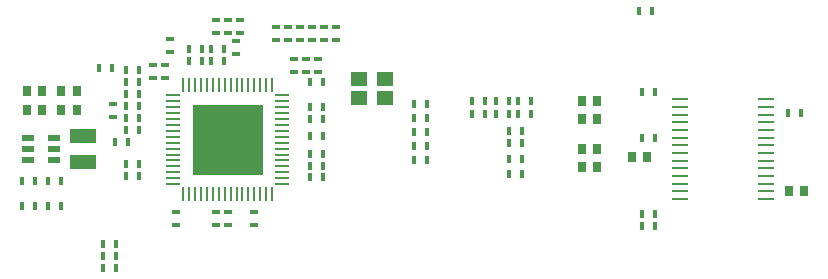
<source format=gbp>
G04*
G04 #@! TF.GenerationSoftware,Altium Limited,Altium Designer,22.8.2 (66)*
G04*
G04 Layer_Color=128*
%FSLAX44Y44*%
%MOMM*%
G71*
G04*
G04 #@! TF.SameCoordinates,69D5640E-4D3D-4872-97FD-B36DD4CC5FE0*
G04*
G04*
G04 #@! TF.FilePolarity,Positive*
G04*
G01*
G75*
%ADD55R,0.4000X0.8000*%
%ADD56R,0.8000X0.4000*%
%ADD57R,2.2200X1.2300*%
%ADD58R,0.7000X0.9500*%
%ADD60O,0.2500X1.3000*%
%ADD61O,1.3000X0.2500*%
%ADD62R,6.0000X6.0000*%
%ADD63R,1.4000X1.2000*%
%ADD64R,1.0000X0.5500*%
%ADD77O,1.4500X0.2000*%
D55*
X704000Y817880D02*
D03*
X693000D02*
D03*
X714590D02*
D03*
X725590D02*
D03*
X693000Y839470D02*
D03*
X704000D02*
D03*
X947840Y852170D02*
D03*
X936840D02*
D03*
X761580Y775970D02*
D03*
X772580D02*
D03*
X791630Y892810D02*
D03*
X780630D02*
D03*
X761580Y765810D02*
D03*
X772580D02*
D03*
X761580Y786130D02*
D03*
X772580D02*
D03*
X1225970Y982980D02*
D03*
X1214970D02*
D03*
X791630Y923290D02*
D03*
X780630D02*
D03*
X791630Y902970D02*
D03*
X780630D02*
D03*
X782740Y872490D02*
D03*
X771740D02*
D03*
X791630Y882650D02*
D03*
X780630D02*
D03*
X833970Y941070D02*
D03*
X844970D02*
D03*
X864020D02*
D03*
X853020D02*
D03*
X1228510Y801110D02*
D03*
X1217510D02*
D03*
X1024470Y856740D02*
D03*
X1035470D02*
D03*
X1024470Y892740D02*
D03*
X1035470D02*
D03*
X1024470Y868740D02*
D03*
X1035470D02*
D03*
X1024470Y880740D02*
D03*
X1035470D02*
D03*
X844970Y951230D02*
D03*
X833970D02*
D03*
X853020D02*
D03*
X864020D02*
D03*
X1105066Y895858D02*
D03*
X1094066D02*
D03*
X1105066Y907288D02*
D03*
X1094066D02*
D03*
X1024470Y904740D02*
D03*
X1035470D02*
D03*
X1228510Y811530D02*
D03*
X1217510D02*
D03*
X1341300Y896620D02*
D03*
X1352300D02*
D03*
X791630Y933450D02*
D03*
X780630D02*
D03*
Y843280D02*
D03*
X791630D02*
D03*
Y913130D02*
D03*
X780630D02*
D03*
X1105320Y871554D02*
D03*
X1116320D02*
D03*
X1105320Y881888D02*
D03*
X1116320D02*
D03*
X1228510Y914400D02*
D03*
X1217510D02*
D03*
X725590Y839470D02*
D03*
X714590D02*
D03*
X947840Y877570D02*
D03*
X936840D02*
D03*
X780630Y853440D02*
D03*
X791630D02*
D03*
X1073746Y907288D02*
D03*
X1084746D02*
D03*
X1073746Y895858D02*
D03*
X1084746D02*
D03*
X757770Y934720D02*
D03*
X768770D02*
D03*
X936840Y901700D02*
D03*
X947840D02*
D03*
X936840Y923290D02*
D03*
X947840D02*
D03*
X936840Y842220D02*
D03*
X947840D02*
D03*
X1228510Y875890D02*
D03*
X1217510D02*
D03*
X1116320Y844790D02*
D03*
X1105320D02*
D03*
X1116320Y858172D02*
D03*
X1105320D02*
D03*
X936840Y891540D02*
D03*
X947840D02*
D03*
X936840Y862330D02*
D03*
X947840D02*
D03*
X1124116Y895858D02*
D03*
X1113116D02*
D03*
X1124116Y907288D02*
D03*
X1113116D02*
D03*
D56*
X908050Y958220D02*
D03*
Y969220D02*
D03*
X769620Y893660D02*
D03*
Y904660D02*
D03*
X928370Y969220D02*
D03*
Y958220D02*
D03*
X877570Y964780D02*
D03*
Y975780D02*
D03*
X958850Y958220D02*
D03*
Y969220D02*
D03*
X943610Y931760D02*
D03*
Y942760D02*
D03*
X822960Y802220D02*
D03*
Y813220D02*
D03*
X918210Y969220D02*
D03*
Y958220D02*
D03*
X938530Y969220D02*
D03*
Y958220D02*
D03*
X948690Y969220D02*
D03*
Y958220D02*
D03*
X857250Y975780D02*
D03*
Y964780D02*
D03*
X867410Y975780D02*
D03*
Y964780D02*
D03*
X856940Y802040D02*
D03*
Y813040D02*
D03*
X867100Y802040D02*
D03*
Y813040D02*
D03*
X923290Y942760D02*
D03*
Y931760D02*
D03*
X933450Y942760D02*
D03*
Y931760D02*
D03*
X803910Y937680D02*
D03*
Y926680D02*
D03*
X814070Y937680D02*
D03*
Y926680D02*
D03*
X889550Y802040D02*
D03*
Y813040D02*
D03*
X817880Y948270D02*
D03*
Y959270D02*
D03*
X873760Y947000D02*
D03*
Y958000D02*
D03*
D57*
X744220Y876990D02*
D03*
Y855290D02*
D03*
D58*
X726290Y915670D02*
D03*
X739290D02*
D03*
X726290Y899160D02*
D03*
X739290D02*
D03*
X1355240Y830580D02*
D03*
X1342240D02*
D03*
X1179980Y866140D02*
D03*
X1166980D02*
D03*
X1179980Y891540D02*
D03*
X1166980D02*
D03*
X1222398Y859536D02*
D03*
X1209398D02*
D03*
X697080Y915670D02*
D03*
X710080D02*
D03*
X710080Y899160D02*
D03*
X697080D02*
D03*
X1179980Y906780D02*
D03*
X1166980D02*
D03*
X1179980Y850900D02*
D03*
X1166980D02*
D03*
D60*
X844550Y920040D02*
D03*
X849550D02*
D03*
X889550Y828040D02*
D03*
X884550D02*
D03*
X879550D02*
D03*
X874550D02*
D03*
X869550D02*
D03*
X864550D02*
D03*
X859550D02*
D03*
X854550D02*
D03*
X849550D02*
D03*
X844550D02*
D03*
X839550D02*
D03*
X834550D02*
D03*
X829550D02*
D03*
Y920040D02*
D03*
X839550D02*
D03*
X864550D02*
D03*
X869550D02*
D03*
X874550D02*
D03*
X879550D02*
D03*
X884550D02*
D03*
X889550D02*
D03*
X894550D02*
D03*
X899550D02*
D03*
X904550D02*
D03*
X859550D02*
D03*
X854550D02*
D03*
X834550D02*
D03*
X894550Y828040D02*
D03*
X904550D02*
D03*
X899550D02*
D03*
D61*
X913050Y911540D02*
D03*
Y906540D02*
D03*
Y901540D02*
D03*
Y896540D02*
D03*
Y891540D02*
D03*
Y886540D02*
D03*
Y881540D02*
D03*
Y876540D02*
D03*
Y866540D02*
D03*
Y856540D02*
D03*
Y846540D02*
D03*
Y841540D02*
D03*
Y836540D02*
D03*
X821050D02*
D03*
Y841540D02*
D03*
Y846540D02*
D03*
Y851540D02*
D03*
Y856540D02*
D03*
Y861540D02*
D03*
Y866540D02*
D03*
Y871540D02*
D03*
Y876540D02*
D03*
Y881540D02*
D03*
Y886540D02*
D03*
Y896540D02*
D03*
Y901540D02*
D03*
Y906540D02*
D03*
Y911540D02*
D03*
Y891540D02*
D03*
X913050Y851540D02*
D03*
Y861540D02*
D03*
Y871540D02*
D03*
D62*
X867050Y874040D02*
D03*
D63*
X977900Y909320D02*
D03*
Y925320D02*
D03*
X999900Y909320D02*
D03*
Y925320D02*
D03*
D64*
X719650Y856640D02*
D03*
Y866140D02*
D03*
Y875640D02*
D03*
X697670D02*
D03*
Y866140D02*
D03*
Y856640D02*
D03*
D77*
X1322760Y875890D02*
D03*
Y862890D02*
D03*
Y830390D02*
D03*
X1250260Y908390D02*
D03*
Y901890D02*
D03*
Y875890D02*
D03*
Y869390D02*
D03*
Y862890D02*
D03*
Y856390D02*
D03*
Y849890D02*
D03*
Y823890D02*
D03*
X1322760Y882390D02*
D03*
Y888890D02*
D03*
Y908390D02*
D03*
Y823890D02*
D03*
Y869390D02*
D03*
Y856390D02*
D03*
Y849890D02*
D03*
Y895390D02*
D03*
X1250260Y888890D02*
D03*
X1322760Y836890D02*
D03*
Y843390D02*
D03*
X1250260D02*
D03*
X1322760Y901890D02*
D03*
X1250260Y895390D02*
D03*
Y836890D02*
D03*
Y882390D02*
D03*
Y830390D02*
D03*
M02*

</source>
